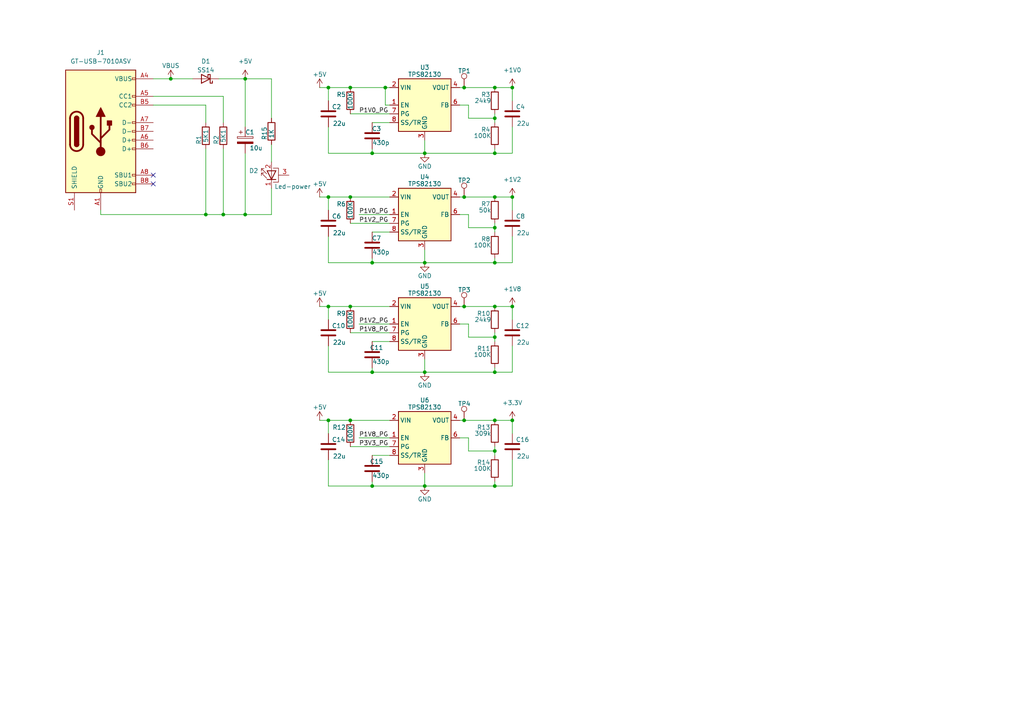
<source format=kicad_sch>
(kicad_sch (version 20231120) (generator "eeschema") (generator_version "8.0")
  (paper "A4")
  (lib_symbols
    (symbol "Connector:TestPoint" (pin_numbers hide) (pin_names (offset 0.762) hide)
      (property "Reference" "TP" (at 0 6.858 0))
      (property "Value" "TestPoint" (at 0 5.08 0))
      (symbol "TestPoint_0_1"
        (circle (center 0 3.302) (radius 0.762))
      )
      (symbol "TestPoint_1_1"
        (pin passive line (at 0 0 90) (length 2.54) (name "1") (number "1"))
      )
    )
    (symbol "Connector:USB_C_Receptacle_USB2.0_16P" (pin_names (offset 1.016))
      (property "Reference" "J" (at 0 22.225 0))
      (property "Value" "USB_C_Receptacle_USB2.0_16P" (at 0 19.685 0))
      (symbol "USB_C_Receptacle_USB2.0_16P_0_0"
        (rectangle (start -0.254 -17.78) (end 0.254 -16.764))
        (rectangle (start 10.16 -14.986) (end 9.144 -15.494))
        (rectangle (start 10.16 -12.446) (end 9.144 -12.954))
        (rectangle (start 10.16 -4.826) (end 9.144 -5.334))
        (rectangle (start 10.16 -2.286) (end 9.144 -2.794))
        (rectangle (start 10.16 0.254) (end 9.144 -0.254))
        (rectangle (start 10.16 2.794) (end 9.144 2.286))
        (rectangle (start 10.16 7.874) (end 9.144 7.366))
        (rectangle (start 10.16 10.414) (end 9.144 9.906))
        (rectangle (start 10.16 15.494) (end 9.144 14.986))
      )
      (symbol "USB_C_Receptacle_USB2.0_16P_0_1"
        (rectangle (start -10.16 17.78) (end 10.16 -17.78) (stroke (width 0.254)) (fill (type background)))
        (arc (start -8.89 -3.81) (mid -6.985 -5.7067) (end -5.08 -3.81) (stroke (width 0.508)))
        (arc (start -7.62 -3.81) (mid -6.985 -4.4423) (end -6.35 -3.81) (stroke (width 0.254)))
        (arc (start -7.62 -3.81) (mid -6.985 -4.4423) (end -6.35 -3.81) (stroke (width 0.254)) (fill (type outline)))
        (rectangle (start -7.62 -3.81) (end -6.35 3.81) (stroke (width 0.254)) (fill (type outline)))
        (arc (start -6.35 3.81) (mid -6.985 4.4423) (end -7.62 3.81) (stroke (width 0.254)))
        (arc (start -6.35 3.81) (mid -6.985 4.4423) (end -7.62 3.81) (stroke (width 0.254)) (fill (type outline)))
        (arc (start -5.08 3.81) (mid -6.985 5.7067) (end -8.89 3.81) (stroke (width 0.508)))
        (circle (center -2.54 1.143) (radius 0.635) (stroke (width 0.254)) (fill (type outline)))
        (circle (center 0 -5.842) (radius 1.27) (fill (type outline)))
        (polyline (pts (xy -8.89 -3.81) (xy -8.89 3.81)) (stroke (width 0.508)))
        (polyline (pts (xy -5.08 3.81) (xy -5.08 -3.81)) (stroke (width 0.508)))
        (polyline (pts (xy 0 -5.842) (xy 0 4.318)) (stroke (width 0.508)))
        (polyline (pts (xy 0 -3.302) (xy -2.54 -0.762) (xy -2.54 0.508)) (stroke (width 0.508)))
        (polyline (pts (xy 0 -2.032) (xy 2.54 0.508) (xy 2.54 1.778)) (stroke (width 0.508)))
        (polyline (pts (xy -1.27 4.318) (xy 0 6.858) (xy 1.27 4.318) (xy -1.27 4.318)) (stroke (width 0.254)) (fill (type outline)))
        (rectangle (start 1.905 1.778) (end 3.175 3.048) (stroke (width 0.254)) (fill (type outline)))
      )
      (symbol "USB_C_Receptacle_USB2.0_16P_1_1"
        (pin passive line (at 0 -22.86 90) (length 5.08) (name "GND") (number "A1"))
        (pin passive line (at 0 -22.86 90) (length 5.08) hide (name "GND") (number "A12"))
        (pin passive line (at 15.24 15.24 180) (length 5.08) (name "VBUS") (number "A4"))
        (pin bidirectional line (at 15.24 10.16 180) (length 5.08) (name "CC1") (number "A5"))
        (pin bidirectional line (at 15.24 -2.54 180) (length 5.08) (name "D+") (number "A6"))
        (pin bidirectional line (at 15.24 2.54 180) (length 5.08) (name "D-") (number "A7"))
        (pin bidirectional line (at 15.24 -12.7 180) (length 5.08) (name "SBU1") (number "A8"))
        (pin passive line (at 15.24 15.24 180) (length 5.08) hide (name "VBUS") (number "A9"))
        (pin passive line (at 0 -22.86 90) (length 5.08) hide (name "GND") (number "B1"))
        (pin passive line (at 0 -22.86 90) (length 5.08) hide (name "GND") (number "B12"))
        (pin passive line (at 15.24 15.24 180) (length 5.08) hide (name "VBUS") (number "B4"))
        (pin bidirectional line (at 15.24 7.62 180) (length 5.08) (name "CC2") (number "B5"))
        (pin bidirectional line (at 15.24 -5.08 180) (length 5.08) (name "D+") (number "B6"))
        (pin bidirectional line (at 15.24 0 180) (length 5.08) (name "D-") (number "B7"))
        (pin bidirectional line (at 15.24 -15.24 180) (length 5.08) (name "SBU2") (number "B8"))
        (pin passive line (at 15.24 15.24 180) (length 5.08) hide (name "VBUS") (number "B9"))
        (pin passive line (at -7.62 -22.86 90) (length 5.08) (name "SHIELD") (number "S1"))
      )
    )
    (symbol "Device:C" (pin_numbers hide) (pin_names (offset 0.254))
      (property "Reference" "C" (at 0.635 2.54 0))
      (property "Value" "C" (at 0.635 -2.54 0))
      (symbol "C_0_1"
        (polyline (pts (xy -2.032 -0.762) (xy 2.032 -0.762)) (stroke (width 0.508)))
        (polyline (pts (xy -2.032 0.762) (xy 2.032 0.762)) (stroke (width 0.508)))
      )
      (symbol "C_1_1"
        (pin passive line (at 0 3.81 270) (length 2.794) (name "~") (number "1"))
        (pin passive line (at 0 -3.81 90) (length 2.794) (name "~") (number "2"))
      )
    )
    (symbol "Device:C_Polarized" (pin_numbers hide) (pin_names (offset 0.254))
      (property "Reference" "C" (at 0.635 2.54 0))
      (property "Value" "C_Polarized" (at 0.635 -2.54 0))
      (symbol "C_Polarized_0_1"
        (rectangle (start -2.286 0.508) (end 2.286 1.016))
        (polyline (pts (xy -1.778 2.286) (xy -0.762 2.286)))
        (polyline (pts (xy -1.27 2.794) (xy -1.27 1.778)))
        (rectangle (start 2.286 -0.508) (end -2.286 -1.016) (fill (type outline)))
      )
      (symbol "C_Polarized_1_1"
        (pin passive line (at 0 3.81 270) (length 2.794) (name "~") (number "1"))
        (pin passive line (at 0 -3.81 90) (length 2.794) (name "~") (number "2"))
      )
    )
    (symbol "Device:LED_Pad" (pin_names (offset 1.016) hide)
      (property "Reference" "D" (at 0 5.715 0))
      (property "Value" "LED_Pad" (at 0 3.81 0))
      (symbol "LED_Pad_0_1"
        (polyline (pts (xy -1.27 -1.27) (xy -1.27 1.27)) (stroke (width 0.254)))
        (polyline (pts (xy -1.27 0) (xy 1.27 0)))
        (polyline (pts (xy 0 -2.54) (xy 0 -2.032)))
        (polyline (pts (xy -2.032 -0.508) (xy -2.032 -2.032) (xy 2.032 -2.032) (xy 2.032 -0.508)))
        (polyline (pts (xy 1.27 -1.27) (xy 1.27 1.27) (xy -1.27 0) (xy 1.27 -1.27)) (stroke (width 0.254)))
        (polyline (pts (xy -0.889 1.397) (xy 0.635 2.921) (xy -0.127 2.921) (xy 0.635 2.921) (xy 0.635 2.159)))
        (polyline (pts (xy 0.381 1.397) (xy 1.905 2.921) (xy 1.143 2.921) (xy 1.905 2.921) (xy 1.905 2.159)))
      )
      (symbol "LED_Pad_1_1"
        (pin passive line (at -3.81 0 0) (length 2.54) (name "K") (number "1"))
        (pin passive line (at 3.81 0 180) (length 2.54) (name "A") (number "2"))
        (pin passive line (at 0 -5.08 90) (length 2.54) (name "PAD") (number "3"))
      )
    )
    (symbol "Device:R" (pin_numbers hide) (pin_names (offset 0))
      (property "Reference" "R" (at 2.032 0 90))
      (property "Value" "R" (at 0 0 90))
      (symbol "R_0_1"
        (rectangle (start -1.016 -2.54) (end 1.016 2.54) (stroke (width 0.254)))
      )
      (symbol "R_1_1"
        (pin passive line (at 0 3.81 270) (length 1.27) (name "~") (number "1"))
        (pin passive line (at 0 -3.81 90) (length 1.27) (name "~") (number "2"))
      )
    )
    (symbol "Diode:SS14" (pin_numbers hide) (pin_names (offset 1.016) hide)
      (property "Reference" "D" (at 0 2.54 0))
      (property "Value" "SS14" (at 0 -2.54 0))
      (symbol "SS14_0_1"
        (polyline (pts (xy 1.27 0) (xy -1.27 0)))
        (polyline (pts (xy 1.27 1.27) (xy 1.27 -1.27) (xy -1.27 0) (xy 1.27 1.27)) (stroke (width 0.254)))
        (polyline (pts (xy -1.905 0.635) (xy -1.905 1.27) (xy -1.27 1.27) (xy -1.27 -1.27) (xy -0.635 -1.27) (xy -0.635 -0.635)) (stroke (width 0.254)))
      )
      (symbol "SS14_1_1"
        (pin passive line (at -3.81 0 0) (length 2.54) (name "K") (number "1"))
        (pin passive line (at 3.81 0 180) (length 2.54) (name "A") (number "2"))
      )
    )
    (symbol "Regulator_Switching:TPS82130"
      (property "Reference" "U" (at 1.27 11.43 0))
      (property "Value" "TPS82130" (at 5.08 8.89 0))
      (symbol "TPS82130_0_1"
        (rectangle (start -7.62 7.62) (end 7.62 -7.62) (stroke (width 0.254)) (fill (type background)))
      )
      (symbol "TPS82130_1_1"
        (pin input line (at -10.16 0 0) (length 2.54) (name "EN") (number "1"))
        (pin power_in line (at -10.16 5.08 0) (length 2.54) (name "VIN") (number "2"))
        (pin power_in line (at 0 -10.16 90) (length 2.54) (name "GND") (number "3"))
        (pin power_out line (at 10.16 5.08 180) (length 2.54) (name "VOUT") (number "4"))
        (pin passive line (at 10.16 5.08 180) (length 2.54) hide (name "VOUT") (number "5"))
        (pin input line (at 10.16 0 180) (length 2.54) (name "FB") (number "6"))
        (pin open_collector line (at -10.16 -2.54 0) (length 2.54) (name "PG") (number "7"))
        (pin input line (at -10.16 -5.08 0) (length 2.54) (name "SS/TR") (number "8"))
        (pin passive line (at 0 -10.16 90) (length 2.54) hide (name "GND") (number "9"))
      )
    )
    (symbol "power:+1V0" (power) (pin_numbers hide) (pin_names (offset 0) hide)
      (property "Value" "+1V0" (at 0 3.556 0))
      (symbol "+1V0_0_1"
        (polyline (pts (xy -0.762 1.27) (xy 0 2.54)))
        (polyline (pts (xy 0 0) (xy 0 2.54)))
        (polyline (pts (xy 0 2.54) (xy 0.762 1.27)))
      )
      (symbol "+1V0_1_1"
        (pin power_in line (at 0 0 90) (length 0) (name "~") (number "1"))
      )
    )
    (symbol "power:+1V2" (power) (pin_numbers hide) (pin_names (offset 0) hide)
      (property "Value" "+1V2" (at 0 3.556 0))
      (symbol "+1V2_0_1"
        (polyline (pts (xy -0.762 1.27) (xy 0 2.54)))
        (polyline (pts (xy 0 0) (xy 0 2.54)))
        (polyline (pts (xy 0 2.54) (xy 0.762 1.27)))
      )
      (symbol "+1V2_1_1"
        (pin power_in line (at 0 0 90) (length 0) (name "~") (number "1"))
      )
    )
    (symbol "power:+1V8" (power) (pin_numbers hide) (pin_names (offset 0) hide)
      (property "Value" "+1V8" (at 0 3.556 0))
      (symbol "+1V8_0_1"
        (polyline (pts (xy -0.762 1.27) (xy 0 2.54)))
        (polyline (pts (xy 0 0) (xy 0 2.54)))
        (polyline (pts (xy 0 2.54) (xy 0.762 1.27)))
      )
      (symbol "+1V8_1_1"
        (pin power_in line (at 0 0 90) (length 0) (name "~") (number "1"))
      )
    )
    (symbol "power:+3.3V" (power) (pin_numbers hide) (pin_names (offset 0) hide)
      (property "Value" "+3.3V" (at 0 3.556 0))
      (symbol "+3.3V_0_1"
        (polyline (pts (xy -0.762 1.27) (xy 0 2.54)))
        (polyline (pts (xy 0 0) (xy 0 2.54)))
        (polyline (pts (xy 0 2.54) (xy 0.762 1.27)))
      )
      (symbol "+3.3V_1_1"
        (pin power_in line (at 0 0 90) (length 0) (name "~") (number "1"))
      )
    )
    (symbol "power:+5V" (power) (pin_numbers hide) (pin_names (offset 0) hide)
      (property "Value" "+5V" (at 0 3.556 0))
      (symbol "+5V_0_1"
        (polyline (pts (xy -0.762 1.27) (xy 0 2.54)))
        (polyline (pts (xy 0 0) (xy 0 2.54)))
        (polyline (pts (xy 0 2.54) (xy 0.762 1.27)))
      )
      (symbol "+5V_1_1"
        (pin power_in line (at 0 0 90) (length 0) (name "~") (number "1"))
      )
    )
    (symbol "power:GND" (power) (pin_names (offset 0))
      (property "Value" "GND" (at 0 -3.81 0))
      (symbol "GND_0_1"
        (polyline (pts (xy 0 0) (xy 0 -1.27) (xy 1.27 -1.27) (xy 0 -2.54) (xy -1.27 -1.27) (xy 0 -1.27)))
      )
      (symbol "GND_1_1"
        (pin power_in line (at 0 0 270) (length 0) hide (name "GND") (number "1"))
      )
    )
    (symbol "power:VBUS" (power) (pin_numbers hide) (pin_names (offset 0) hide)
      (property "Value" "VBUS" (at 0 3.556 0))
      (symbol "VBUS_0_1"
        (polyline (pts (xy -0.762 1.27) (xy 0 2.54)))
        (polyline (pts (xy 0 0) (xy 0 2.54)))
        (polyline (pts (xy 0 2.54) (xy 0.762 1.27)))
      )
      (symbol "VBUS_1_1"
        (pin power_in line (at 0 0 90) (length 0) (name "~") (number "1"))
      )
    )
  )
  (junction (at 134.62 121.92))
  (junction (at 148.59 25.4))
  (junction (at 64.77 62.23))
  (junction (at 148.59 121.92))
  (junction (at 107.95 76.2))
  (junction (at 143.51 88.9))
  (junction (at 101.6 88.9))
  (junction (at 143.51 76.2))
  (junction (at 59.69 62.23))
  (junction (at 123.19 107.95))
  (junction (at 101.6 121.92))
  (junction (at 95.25 88.9))
  (junction (at 143.51 66.04))
  (junction (at 143.51 34.29))
  (junction (at 134.62 57.15))
  (junction (at 107.95 140.97))
  (junction (at 101.6 57.15))
  (junction (at 107.95 107.95))
  (junction (at 143.51 57.15))
  (junction (at 143.51 97.79))
  (junction (at 95.25 25.4))
  (junction (at 123.19 140.97))
  (junction (at 95.25 57.15))
  (junction (at 123.19 76.2))
  (junction (at 95.25 121.92))
  (junction (at 71.12 62.23))
  (junction (at 71.12 22.86))
  (junction (at 143.51 140.97))
  (junction (at 143.51 25.4))
  (junction (at 123.19 44.45))
  (junction (at 143.51 121.92))
  (junction (at 148.59 88.9))
  (junction (at 134.62 88.9))
  (junction (at 107.95 44.45))
  (junction (at 143.51 107.95))
  (junction (at 143.51 130.81))
  (junction (at 49.53 22.86))
  (junction (at 134.62 25.4))
  (junction (at 101.6 25.4))
  (junction (at 111.76 25.4))
  (junction (at 143.51 44.45))
  (junction (at 148.59 57.15))
  (no_connect (at 44.45 50.8))
  (no_connect (at 44.45 53.34))
  (wire (pts (xy 135.89 30.48) (xy 135.89 34.29)))
  (wire (pts (xy 92.71 57.15) (xy 95.25 57.15)))
  (wire (pts (xy 107.95 76.2) (xy 123.19 76.2)))
  (wire (pts (xy 143.51 25.4) (xy 148.59 25.4)))
  (wire (pts (xy 29.21 62.23) (xy 29.21 60.96)))
  (wire (pts (xy 101.6 57.15) (xy 113.03 57.15)))
  (wire (pts (xy 107.95 140.97) (xy 123.19 140.97)))
  (wire (pts (xy 107.95 107.95) (xy 107.95 106.68)))
  (wire (pts (xy 101.6 64.77) (xy 113.03 64.77)))
  (wire (pts (xy 95.25 140.97) (xy 107.95 140.97)))
  (wire (pts (xy 148.59 76.2) (xy 143.51 76.2)))
  (wire (pts (xy 101.6 96.52) (xy 113.03 96.52)))
  (wire (pts (xy 71.12 44.45) (xy 71.12 62.23)))
  (wire (pts (xy 143.51 76.2) (xy 123.19 76.2)))
  (wire (pts (xy 143.51 129.54) (xy 143.51 130.81)))
  (wire (pts (xy 95.25 133.35) (xy 95.25 140.97)))
  (wire (pts (xy 113.03 93.98) (xy 104.14 93.98)))
  (wire (pts (xy 135.89 93.98) (xy 133.35 93.98)))
  (wire (pts (xy 143.51 44.45) (xy 123.19 44.45)))
  (wire (pts (xy 113.03 62.23) (xy 104.14 62.23)))
  (wire (pts (xy 78.74 34.29) (xy 78.74 22.86)))
  (wire (pts (xy 148.59 57.15) (xy 148.59 60.96)))
  (wire (pts (xy 101.6 33.02) (xy 113.03 33.02)))
  (wire (pts (xy 59.69 43.18) (xy 59.69 62.23)))
  (wire (pts (xy 113.03 30.48) (xy 111.76 30.48)))
  (wire (pts (xy 148.59 25.4) (xy 148.59 29.21)))
  (wire (pts (xy 123.19 104.14) (xy 123.19 107.95)))
  (wire (pts (xy 44.45 22.86) (xy 49.53 22.86)))
  (wire (pts (xy 107.95 107.95) (xy 123.19 107.95)))
  (wire (pts (xy 133.35 25.4) (xy 134.62 25.4)))
  (wire (pts (xy 111.76 25.4) (xy 113.03 25.4)))
  (wire (pts (xy 107.95 67.31) (xy 113.03 67.31)))
  (wire (pts (xy 78.74 41.91) (xy 78.74 46.99)))
  (wire (pts (xy 134.62 25.4) (xy 143.51 25.4)))
  (wire (pts (xy 71.12 22.86) (xy 78.74 22.86)))
  (wire (pts (xy 143.51 96.52) (xy 143.51 97.79)))
  (wire (pts (xy 143.51 132.08) (xy 143.51 130.81)))
  (wire (pts (xy 148.59 121.92) (xy 148.59 125.73)))
  (wire (pts (xy 123.19 40.64) (xy 123.19 44.45)))
  (wire (pts (xy 107.95 76.2) (xy 107.95 74.93)))
  (wire (pts (xy 143.51 140.97) (xy 143.51 139.7)))
  (wire (pts (xy 107.95 132.08) (xy 113.03 132.08)))
  (wire (pts (xy 135.89 93.98) (xy 135.89 97.79)))
  (wire (pts (xy 107.95 140.97) (xy 107.95 139.7)))
  (wire (pts (xy 95.25 57.15) (xy 101.6 57.15)))
  (wire (pts (xy 95.25 107.95) (xy 107.95 107.95)))
  (wire (pts (xy 135.89 127) (xy 135.89 130.81)))
  (wire (pts (xy 101.6 121.92) (xy 113.03 121.92)))
  (wire (pts (xy 95.25 57.15) (xy 95.25 60.96)))
  (wire (pts (xy 134.62 57.15) (xy 143.51 57.15)))
  (wire (pts (xy 44.45 27.94) (xy 64.77 27.94)))
  (wire (pts (xy 107.95 99.06) (xy 113.03 99.06)))
  (wire (pts (xy 143.51 44.45) (xy 143.51 43.18)))
  (wire (pts (xy 143.51 76.2) (xy 143.51 74.93)))
  (wire (pts (xy 64.77 27.94) (xy 64.77 35.56)))
  (wire (pts (xy 95.25 88.9) (xy 101.6 88.9)))
  (wire (pts (xy 95.25 100.33) (xy 95.25 107.95)))
  (wire (pts (xy 143.51 121.92) (xy 148.59 121.92)))
  (wire (pts (xy 143.51 140.97) (xy 123.19 140.97)))
  (wire (pts (xy 101.6 25.4) (xy 111.76 25.4)))
  (wire (pts (xy 135.89 130.81) (xy 143.51 130.81)))
  (wire (pts (xy 95.25 68.58) (xy 95.25 76.2)))
  (wire (pts (xy 133.35 57.15) (xy 134.62 57.15)))
  (wire (pts (xy 148.59 36.83) (xy 148.59 44.45)))
  (wire (pts (xy 135.89 62.23) (xy 133.35 62.23)))
  (wire (pts (xy 111.76 30.48) (xy 111.76 25.4)))
  (wire (pts (xy 143.51 107.95) (xy 123.19 107.95)))
  (wire (pts (xy 78.74 62.23) (xy 71.12 62.23)))
  (wire (pts (xy 135.89 127) (xy 133.35 127)))
  (wire (pts (xy 95.25 121.92) (xy 95.25 125.73)))
  (wire (pts (xy 123.19 137.16) (xy 123.19 140.97)))
  (wire (pts (xy 148.59 107.95) (xy 143.51 107.95)))
  (wire (pts (xy 71.12 36.83) (xy 71.12 22.86)))
  (wire (pts (xy 148.59 44.45) (xy 143.51 44.45)))
  (wire (pts (xy 143.51 57.15) (xy 148.59 57.15)))
  (wire (pts (xy 148.59 100.33) (xy 148.59 107.95)))
  (wire (pts (xy 49.53 22.86) (xy 55.88 22.86)))
  (wire (pts (xy 135.89 62.23) (xy 135.89 66.04)))
  (wire (pts (xy 143.51 67.31) (xy 143.51 66.04)))
  (wire (pts (xy 101.6 88.9) (xy 113.03 88.9)))
  (wire (pts (xy 148.59 140.97) (xy 143.51 140.97)))
  (wire (pts (xy 133.35 88.9) (xy 134.62 88.9)))
  (wire (pts (xy 29.21 62.23) (xy 59.69 62.23)))
  (wire (pts (xy 95.25 25.4) (xy 101.6 25.4)))
  (wire (pts (xy 71.12 22.86) (xy 63.5 22.86)))
  (wire (pts (xy 59.69 30.48) (xy 44.45 30.48)))
  (wire (pts (xy 133.35 121.92) (xy 134.62 121.92)))
  (wire (pts (xy 107.95 44.45) (xy 123.19 44.45)))
  (wire (pts (xy 143.51 99.06) (xy 143.51 97.79)))
  (wire (pts (xy 135.89 30.48) (xy 133.35 30.48)))
  (wire (pts (xy 134.62 88.9) (xy 143.51 88.9)))
  (wire (pts (xy 78.74 54.61) (xy 78.74 62.23)))
  (wire (pts (xy 71.12 62.23) (xy 64.77 62.23)))
  (wire (pts (xy 92.71 121.92) (xy 95.25 121.92)))
  (wire (pts (xy 92.71 25.4) (xy 95.25 25.4)))
  (wire (pts (xy 59.69 62.23) (xy 64.77 62.23)))
  (wire (pts (xy 95.25 76.2) (xy 107.95 76.2)))
  (wire (pts (xy 92.71 88.9) (xy 95.25 88.9)))
  (wire (pts (xy 143.51 33.02) (xy 143.51 34.29)))
  (wire (pts (xy 113.03 127) (xy 104.14 127)))
  (wire (pts (xy 101.6 129.54) (xy 113.03 129.54)))
  (wire (pts (xy 95.25 44.45) (xy 107.95 44.45)))
  (wire (pts (xy 143.51 107.95) (xy 143.51 106.68)))
  (wire (pts (xy 134.62 121.92) (xy 143.51 121.92)))
  (wire (pts (xy 143.51 35.56) (xy 143.51 34.29)))
  (wire (pts (xy 143.51 64.77) (xy 143.51 66.04)))
  (wire (pts (xy 107.95 44.45) (xy 107.95 43.18)))
  (wire (pts (xy 143.51 88.9) (xy 148.59 88.9)))
  (wire (pts (xy 135.89 97.79) (xy 143.51 97.79)))
  (wire (pts (xy 64.77 62.23) (xy 64.77 43.18)))
  (wire (pts (xy 135.89 34.29) (xy 143.51 34.29)))
  (wire (pts (xy 95.25 121.92) (xy 101.6 121.92)))
  (wire (pts (xy 123.19 72.39) (xy 123.19 76.2)))
  (wire (pts (xy 148.59 68.58) (xy 148.59 76.2)))
  (wire (pts (xy 148.59 133.35) (xy 148.59 140.97)))
  (wire (pts (xy 107.95 35.56) (xy 113.03 35.56)))
  (wire (pts (xy 95.25 25.4) (xy 95.25 29.21)))
  (wire (pts (xy 95.25 88.9) (xy 95.25 92.71)))
  (wire (pts (xy 135.89 66.04) (xy 143.51 66.04)))
  (wire (pts (xy 95.25 36.83) (xy 95.25 44.45)))
  (wire (pts (xy 148.59 88.9) (xy 148.59 92.71)))
  (wire (pts (xy 59.69 35.56) (xy 59.69 30.48)))
  (label "P1V2_PG" (at 104.14 93.98 0))
  (label "P3V3_PG" (at 104.14 129.54 0))
  (label "P1V2_PG" (at 104.14 64.77 0))
  (label "P1V8_PG" (at 104.14 127 0))
  (label "P1V0_PG" (at 104.14 62.23 0))
  (label "P1V0_PG" (at 104.14 33.02 0))
  (label "P1V8_PG" (at 104.14 96.52 0))
  (symbol (lib_id "Device:R") (at 143.51 125.73 180) (unit 1)
    (property "Reference" "R13" (at 142.24 123.952 0) (effects (justify left)))
    (property "Value" "309k" (at 142.494 125.73 0) (effects (justify left)))
    (property "Footprint" "Resistor_SMD:R_0603_1608Metric" (effects (hide yes)))
    (property "Description" "Resistor" (effects (hide yes)))
  )
  (symbol (lib_id "power:+5V") (at 71.12 22.86 0) (unit 1)
    (property "Reference" "#PWR02" (effects (hide yes)))
    (property "Value" "+5V" (at 71.12 17.78 0))
    (property "Description" "Power symbol creates a global label with name \"+5V\"" (effects (hide yes)))
  )
  (symbol (lib_id "Connector:TestPoint") (at 134.62 25.4 0) (unit 1)
    (property "Reference" "TP1" (at 132.842 20.574 0) (effects (justify left)))
    (property "Value" "TestPoint" (effects (hide yes)))
    (property "Description" "test point" (effects (hide yes)))
  )
  (symbol (lib_id "Device:C") (at 107.95 135.89 180) (unit 1)
    (property "Reference" "C15" (at 109.22 133.858 0))
    (property "Value" "430p" (at 110.49 137.922 0))
    (property "Footprint" "Capacitor_SMD:C_0603_1608Metric" (effects (hide yes)))
  )
  (symbol (lib_id "Regulator_Switching:TPS82130") (at 123.19 93.98 0) (unit 1)
    (property "Reference" "U5" (at 123.19 83.058 0))
    (property "Value" "TPS82130" (at 123.19 85.09 0))
    (property "Footprint" "Package_LGA:Texas_SIL0008D_MicroSiP-8-1EP_2.8x3mm_P0.65mm_EP1.1x1.9mm_ThermalVias" (effects (hide yes)))
    (property "Datasheet" "http://www.ti.com/lit/ds/symlink/tps82130.pdf" (effects (hide yes)))
    (property "Description" "17V Input 3A Step-Down Converter MicroSiP Module with Integrated Inductor, μSiL-8" (effects (hide yes)))
  )
  (symbol (lib_id "Device:C_Polarized") (at 71.12 40.64 0) (unit 1)
    (property "Reference" "C1" (at 71.12 38.354 0) (effects (justify left)))
    (property "Value" "10u" (at 72.39 42.926 0) (effects (justify left)))
    (property "Description" "Polarized capacitor" (effects (hide yes)))
  )
  (symbol (lib_id "Device:R") (at 78.74 38.1 0) (unit 1)
    (property "Reference" "R15" (at 76.708 40.64 90) (effects (justify left)))
    (property "Value" "1K" (at 78.74 40.132 90) (effects (justify left)))
    (property "Description" "Resistor" (effects (hide yes)))
  )
  (symbol (lib_id "power:+1V2") (at 148.59 57.15 0) (unit 1)
    (property "Reference" "#PWR08" (effects (hide yes)))
    (property "Value" "+1V2" (at 148.59 52.07 0))
    (property "Description" "Power symbol creates a global label with name \"+1V2\"" (effects (hide yes)))
  )
  (symbol (lib_id "Device:R") (at 59.69 39.37 0) (unit 1)
    (property "Reference" "R1" (at 57.658 41.91 90) (effects (justify left)))
    (property "Value" "5K1" (at 59.69 41.402 90) (effects (justify left)))
    (property "Description" "Resistor" (effects (hide yes)))
  )
  (symbol (lib_id "Device:R") (at 143.51 39.37 180) (unit 1)
    (property "Reference" "R4" (at 142.24 37.592 0) (effects (justify left)))
    (property "Value" "100K" (at 142.494 39.37 0) (effects (justify left)))
    (property "Footprint" "Resistor_SMD:R_0603_1608Metric" (effects (hide yes)))
    (property "Description" "Resistor" (effects (hide yes)))
  )
  (symbol (lib_id "Diode:SS14") (at 59.69 22.86 180) (unit 1)
    (property "Reference" "D1" (at 59.69 17.78 0))
    (property "Value" "SS14" (at 59.69 20.32 0))
    (property "Footprint" "Diode_SMD:D_SMA" (effects (hide yes)))
    (property "Datasheet" "https://www.vishay.com/docs/88746/ss12.pdf" (effects (hide yes)))
    (property "Description" "40V 1A Schottky Diode, SMA" (effects (hide yes)))
  )
  (symbol (lib_id "Device:C") (at 95.25 129.54 0) (unit 1)
    (property "Reference" "C14" (at 96.266 127.508 0) (effects (justify left)))
    (property "Value" "22u" (at 96.52 132.334 0) (effects (justify left)))
    (property "Footprint" "Capacitor_SMD:C_1210_3225Metric" (effects (hide yes)))
    (property "Description" "Unpolarized capacitor" (effects (hide yes)))
  )
  (symbol (lib_id "Device:R") (at 101.6 92.71 180) (unit 1)
    (property "Reference" "R9" (at 100.33 90.932 0) (effects (justify left)))
    (property "Value" "100K" (at 101.6 90.17 90) (effects (justify left)))
    (property "Footprint" "Resistor_SMD:R_0603_1608Metric" (effects (hide yes)))
    (property "Description" "Resistor" (effects (hide yes)))
  )
  (symbol (lib_id "Device:R") (at 101.6 125.73 180) (unit 1)
    (property "Reference" "R12" (at 100.33 123.952 0) (effects (justify left)))
    (property "Value" "100K" (at 101.6 123.19 90) (effects (justify left)))
    (property "Footprint" "Resistor_SMD:R_0603_1608Metric" (effects (hide yes)))
    (property "Description" "Resistor" (effects (hide yes)))
  )
  (symbol (lib_id "power:+5V") (at 92.71 25.4 0) (unit 1)
    (property "Reference" "#PWR03" (effects (hide yes)))
    (property "Value" "+5V" (at 92.71 21.59 0))
    (property "Description" "Power symbol creates a global label with name \"+5V\"" (effects (hide yes)))
  )
  (symbol (lib_id "Connector:USB_C_Receptacle_USB2.0_16P") (at 29.21 38.1 0) (unit 1)
    (property "Reference" "J1" (at 29.21 15.24 0))
    (property "Value" "GT-USB-7010ASV" (at 29.21 17.78 0))
    (property "Datasheet" "https://www.usb.org/sites/default/files/documents/usb_type-c.zip" (effects (hide yes)))
    (property "Description" "USB 2.0-only 16P Type-C Receptacle connector" (effects (hide yes)))
  )
  (symbol (lib_id "power:+3.3V") (at 148.59 121.92 0) (unit 1)
    (property "Reference" "#PWR014" (effects (hide yes)))
    (property "Value" "+3.3V" (at 148.59 116.84 0))
    (property "Description" "Power symbol creates a global label with name \"+3.3V\"" (effects (hide yes)))
  )
  (symbol (lib_id "Device:C") (at 95.25 64.77 0) (unit 1)
    (property "Reference" "C6" (at 96.266 62.738 0) (effects (justify left)))
    (property "Value" "22u" (at 96.52 67.564 0) (effects (justify left)))
    (property "Footprint" "Capacitor_SMD:C_1210_3225Metric" (effects (hide yes)))
    (property "Description" "Unpolarized capacitor" (effects (hide yes)))
  )
  (symbol (lib_id "power:+1V8") (at 148.59 88.9 0) (unit 1)
    (property "Reference" "#PWR011" (effects (hide yes)))
    (property "Value" "+1V8" (at 148.59 83.82 0))
    (property "Description" "Power symbol creates a global label with name \"+1V8\"" (effects (hide yes)))
  )
  (symbol (lib_id "Device:C") (at 107.95 71.12 180) (unit 1)
    (property "Reference" "C7" (at 109.22 69.088 0))
    (property "Value" "430p" (at 110.49 73.152 0))
    (property "Footprint" "Capacitor_SMD:C_0603_1608Metric" (effects (hide yes)))
  )
  (symbol (lib_id "power:GND") (at 123.19 107.95 0) (unit 1)
    (property "Reference" "#PWR010" (effects (hide yes)))
    (property "Value" "GND" (at 123.19 111.76 0))
  )
  (symbol (lib_id "Regulator_Switching:TPS82130") (at 123.19 30.48 0) (unit 1)
    (property "Reference" "U3" (at 123.19 19.558 0))
    (property "Value" "TPS82130" (at 123.19 21.59 0))
    (property "Footprint" "Package_LGA:Texas_SIL0008D_MicroSiP-8-1EP_2.8x3mm_P0.65mm_EP1.1x1.9mm_ThermalVias" (effects (hide yes)))
    (property "Datasheet" "http://www.ti.com/lit/ds/symlink/tps82130.pdf" (effects (hide yes)))
    (property "Description" "17V Input 3A Step-Down Converter MicroSiP Module with Integrated Inductor, μSiL-8" (effects (hide yes)))
  )
  (symbol (lib_id "Device:R") (at 143.51 71.12 180) (unit 1)
    (property "Reference" "R8" (at 142.24 69.342 0) (effects (justify left)))
    (property "Value" "100K" (at 142.494 71.12 0) (effects (justify left)))
    (property "Footprint" "Resistor_SMD:R_0603_1608Metric" (effects (hide yes)))
    (property "Description" "Resistor" (effects (hide yes)))
  )
  (symbol (lib_id "Device:R") (at 143.51 92.71 180) (unit 1)
    (property "Reference" "R10" (at 142.24 90.932 0) (effects (justify left)))
    (property "Value" "24k9" (at 142.494 92.71 0) (effects (justify left)))
    (property "Footprint" "Resistor_SMD:R_0603_1608Metric" (effects (hide yes)))
    (property "Description" "Resistor" (effects (hide yes)))
  )
  (symbol (lib_id "power:+5V") (at 92.71 88.9 0) (unit 1)
    (property "Reference" "#PWR09" (effects (hide yes)))
    (property "Value" "+5V" (at 92.71 85.09 0))
    (property "Description" "Power symbol creates a global label with name \"+5V\"" (effects (hide yes)))
  )
  (symbol (lib_id "Device:R") (at 143.51 29.21 180) (unit 1)
    (property "Reference" "R3" (at 142.24 27.432 0) (effects (justify left)))
    (property "Value" "24k9" (at 142.494 29.21 0) (effects (justify left)))
    (property "Footprint" "Resistor_SMD:R_0603_1608Metric" (effects (hide yes)))
    (property "Description" "Resistor" (effects (hide yes)))
  )
  (symbol (lib_id "Device:C") (at 148.59 33.02 0) (unit 1)
    (property "Reference" "C4" (at 149.606 30.988 0) (effects (justify left)))
    (property "Value" "22u" (at 149.86 35.814 0) (effects (justify left)))
    (property "Footprint" "Capacitor_SMD:C_1210_3225Metric" (effects (hide yes)))
    (property "Description" "Unpolarized capacitor" (effects (hide yes)))
  )
  (symbol (lib_id "Device:C") (at 148.59 64.77 0) (unit 1)
    (property "Reference" "C8" (at 149.606 62.738 0) (effects (justify left)))
    (property "Value" "22u" (at 149.86 67.564 0) (effects (justify left)))
    (property "Footprint" "Capacitor_SMD:C_1210_3225Metric" (effects (hide yes)))
    (property "Description" "Unpolarized capacitor" (effects (hide yes)))
  )
  (symbol (lib_id "Device:C") (at 148.59 96.52 0) (unit 1)
    (property "Reference" "C12" (at 149.606 94.488 0) (effects (justify left)))
    (property "Value" "22u" (at 149.86 99.314 0) (effects (justify left)))
    (property "Footprint" "Capacitor_SMD:C_1210_3225Metric" (effects (hide yes)))
    (property "Description" "Unpolarized capacitor" (effects (hide yes)))
  )
  (symbol (lib_id "Connector:TestPoint") (at 134.62 88.9 0) (unit 1)
    (property "Reference" "TP3" (at 132.842 84.074 0) (effects (justify left)))
    (property "Value" "TestPoint" (effects (hide yes)))
    (property "Description" "test point" (effects (hide yes)))
  )
  (symbol (lib_id "Regulator_Switching:TPS82130") (at 123.19 62.23 0) (unit 1)
    (property "Reference" "U4" (at 123.19 51.308 0))
    (property "Value" "TPS82130" (at 123.19 53.34 0))
    (property "Footprint" "Package_LGA:Texas_SIL0008D_MicroSiP-8-1EP_2.8x3mm_P0.65mm_EP1.1x1.9mm_ThermalVias" (effects (hide yes)))
    (property "Datasheet" "http://www.ti.com/lit/ds/symlink/tps82130.pdf" (effects (hide yes)))
    (property "Description" "17V Input 3A Step-Down Converter MicroSiP Module with Integrated Inductor, μSiL-8" (effects (hide yes)))
  )
  (symbol (lib_id "power:GND") (at 123.19 44.45 0) (unit 1)
    (property "Reference" "#PWR04" (effects (hide yes)))
    (property "Value" "GND" (at 123.19 48.26 0))
  )
  (symbol (lib_id "power:+1V0") (at 148.59 25.4 0) (unit 1)
    (property "Reference" "#PWR05" (effects (hide yes)))
    (property "Value" "+1V0" (at 148.59 20.32 0))
    (property "Description" "Power symbol creates a global label with name \"+1V0\"" (effects (hide yes)))
  )
  (symbol (lib_id "Device:C") (at 107.95 102.87 180) (unit 1)
    (property "Reference" "C11" (at 109.22 100.838 0))
    (property "Value" "430p" (at 110.49 104.902 0))
    (property "Footprint" "Capacitor_SMD:C_0603_1608Metric" (effects (hide yes)))
  )
  (symbol (lib_id "Device:C") (at 107.95 39.37 180) (unit 1)
    (property "Reference" "C3" (at 109.22 37.338 0))
    (property "Value" "430p" (at 110.49 41.402 0))
    (property "Footprint" "Capacitor_SMD:C_0603_1608Metric" (effects (hide yes)))
  )
  (symbol (lib_id "Device:C") (at 95.25 33.02 0) (unit 1)
    (property "Reference" "C2" (at 96.266 30.988 0) (effects (justify left)))
    (property "Value" "22u" (at 96.52 35.814 0) (effects (justify left)))
    (property "Footprint" "Capacitor_SMD:C_1210_3225Metric" (effects (hide yes)))
    (property "Description" "Unpolarized capacitor" (effects (hide yes)))
  )
  (symbol (lib_id "Regulator_Switching:TPS82130") (at 123.19 127 0) (unit 1)
    (property "Reference" "U6" (at 123.19 116.078 0))
    (property "Value" "TPS82130" (at 123.19 118.11 0))
    (property "Footprint" "Package_LGA:Texas_SIL0008D_MicroSiP-8-1EP_2.8x3mm_P0.65mm_EP1.1x1.9mm_ThermalVias" (effects (hide yes)))
    (property "Datasheet" "http://www.ti.com/lit/ds/symlink/tps82130.pdf" (effects (hide yes)))
    (property "Description" "17V Input 3A Step-Down Converter MicroSiP Module with Integrated Inductor, μSiL-8" (effects (hide yes)))
  )
  (symbol (lib_id "power:GND") (at 123.19 76.2 0) (unit 1)
    (property "Reference" "#PWR07" (effects (hide yes)))
    (property "Value" "GND" (at 123.19 80.01 0))
  )
  (symbol (lib_id "Device:LED_Pad") (at 78.74 50.8 90) (unit 1)
    (property "Reference" "D2" (at 74.93 49.5299 90) (effects (justify left)))
    (property "Value" "Led-power" (at 90.17 54.102 90) (effects (justify left)))
    (property "Description" "Light emitting diode with pad" (effects (hide yes)))
  )
  (symbol (lib_id "Device:R") (at 143.51 102.87 180) (unit 1)
    (property "Reference" "R11" (at 142.24 101.092 0) (effects (justify left)))
    (property "Value" "100K" (at 142.494 102.87 0) (effects (justify left)))
    (property "Footprint" "Resistor_SMD:R_0603_1608Metric" (effects (hide yes)))
    (property "Description" "Resistor" (effects (hide yes)))
  )
  (symbol (lib_id "Connector:TestPoint") (at 134.62 121.92 0) (unit 1)
    (property "Reference" "TP4" (at 132.842 117.094 0) (effects (justify left)))
    (property "Value" "TestPoint" (effects (hide yes)))
    (property "Description" "test point" (effects (hide yes)))
  )
  (symbol (lib_id "power:+5V") (at 92.71 121.92 0) (unit 1)
    (property "Reference" "#PWR012" (effects (hide yes)))
    (property "Value" "+5V" (at 92.71 118.11 0))
    (property "Description" "Power symbol creates a global label with name \"+5V\"" (effects (hide yes)))
  )
  (symbol (lib_id "Device:C") (at 95.25 96.52 0) (unit 1)
    (property "Reference" "C10" (at 96.266 94.488 0) (effects (justify left)))
    (property "Value" "22u" (at 96.52 99.314 0) (effects (justify left)))
    (property "Footprint" "Capacitor_SMD:C_1210_3225Metric" (effects (hide yes)))
    (property "Description" "Unpolarized capacitor" (effects (hide yes)))
  )
  (symbol (lib_id "power:+5V") (at 92.71 57.15 0) (unit 1)
    (property "Reference" "#PWR06" (effects (hide yes)))
    (property "Value" "+5V" (at 92.71 53.34 0))
    (property "Description" "Power symbol creates a global label with name \"+5V\"" (effects (hide yes)))
  )
  (symbol (lib_id "Device:R") (at 101.6 29.21 180) (unit 1)
    (property "Reference" "R5" (at 100.33 27.432 0) (effects (justify left)))
    (property "Value" "100K" (at 101.6 26.67 90) (effects (justify left)))
    (property "Footprint" "Resistor_SMD:R_0603_1608Metric" (effects (hide yes)))
    (property "Description" "Resistor" (effects (hide yes)))
  )
  (symbol (lib_id "Connector:TestPoint") (at 134.62 57.15 0) (unit 1)
    (property "Reference" "TP2" (at 132.842 52.324 0) (effects (justify left)))
    (property "Value" "TestPoint" (effects (hide yes)))
    (property "Description" "test point" (effects (hide yes)))
  )
  (symbol (lib_id "power:GND") (at 123.19 140.97 0) (unit 1)
    (property "Reference" "#PWR013" (effects (hide yes)))
    (property "Value" "GND" (at 123.19 144.78 0))
  )
  (symbol (lib_id "Device:R") (at 101.6 60.96 180) (unit 1)
    (property "Reference" "R6" (at 100.33 59.182 0) (effects (justify left)))
    (property "Value" "100K" (at 101.6 58.42 90) (effects (justify left)))
    (property "Footprint" "Resistor_SMD:R_0603_1608Metric" (effects (hide yes)))
    (property "Description" "Resistor" (effects (hide yes)))
  )
  (symbol (lib_id "Device:R") (at 143.51 60.96 180) (unit 1)
    (property "Reference" "R7" (at 142.24 59.182 0) (effects (justify left)))
    (property "Value" "50k" (at 142.494 60.96 0) (effects (justify left)))
    (property "Footprint" "Resistor_SMD:R_0603_1608Metric" (effects (hide yes)))
    (property "Description" "Resistor" (effects (hide yes)))
  )
  (symbol (lib_id "Device:C") (at 148.59 129.54 0) (unit 1)
    (property "Reference" "C16" (at 149.606 127.508 0) (effects (justify left)))
    (property "Value" "22u" (at 149.86 132.334 0) (effects (justify left)))
    (property "Footprint" "Capacitor_SMD:C_1210_3225Metric" (effects (hide yes)))
    (property "Description" "Unpolarized capacitor" (effects (hide yes)))
  )
  (symbol (lib_id "power:VBUS") (at 49.53 22.86 0) (unit 1)
    (property "Reference" "#PWR01" (effects (hide yes)))
    (property "Value" "VBUS" (at 49.53 19.05 0))
    (property "Description" "Power symbol creates a global label with name \"VBUS\"" (effects (hide yes)))
  )
  (symbol (lib_id "Device:R") (at 64.77 39.37 0) (unit 1)
    (property "Reference" "R2" (at 62.738 41.91 90) (effects (justify left)))
    (property "Value" "5K1" (at 64.77 41.402 90) (effects (justify left)))
    (property "Description" "Resistor" (effects (hide yes)))
  )
  (symbol (lib_id "Device:R") (at 143.51 135.89 180) (unit 1)
    (property "Reference" "R14" (at 142.24 134.112 0) (effects (justify left)))
    (property "Value" "100K" (at 142.494 135.89 0) (effects (justify left)))
    (property "Footprint" "Resistor_SMD:R_0603_1608Metric" (effects (hide yes)))
    (property "Description" "Resistor" (effects (hide yes)))
  )
)
</source>
